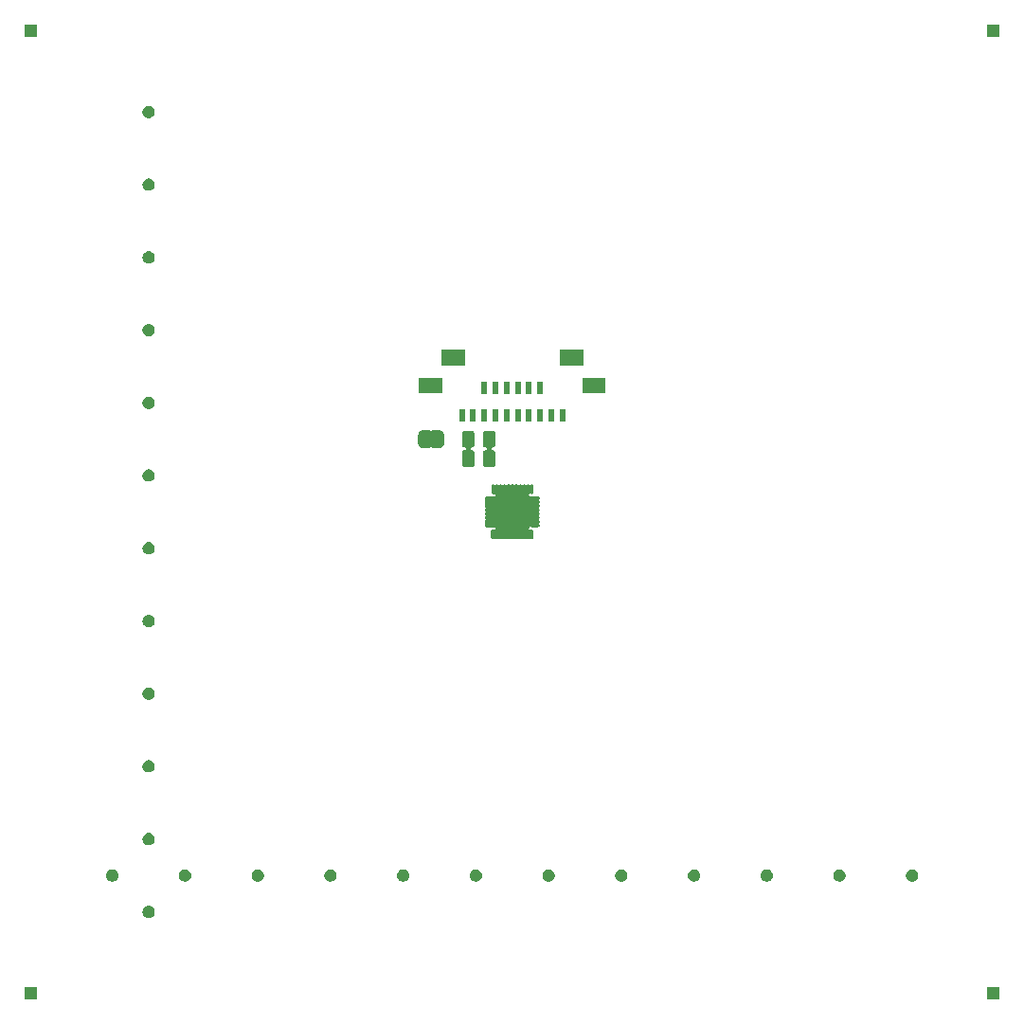
<source format=gbr>
G04 #@! TF.GenerationSoftware,KiCad,Pcbnew,(5.1.6)-1*
G04 #@! TF.CreationDate,2020-12-27T15:17:30+01:00*
G04 #@! TF.ProjectId,XY_TOUCH,58595f54-4f55-4434-982e-6b696361645f,rev?*
G04 #@! TF.SameCoordinates,Original*
G04 #@! TF.FileFunction,Soldermask,Bot*
G04 #@! TF.FilePolarity,Negative*
%FSLAX46Y46*%
G04 Gerber Fmt 4.6, Leading zero omitted, Abs format (unit mm)*
G04 Created by KiCad (PCBNEW (5.1.6)-1) date 2020-12-27 15:17:30*
%MOMM*%
%LPD*%
G01*
G04 APERTURE LIST*
%ADD10C,0.100000*%
G04 APERTURE END LIST*
D10*
G36*
X143551000Y-143551000D02*
G01*
X142449000Y-143551000D01*
X142449000Y-142449000D01*
X143551000Y-142449000D01*
X143551000Y-143551000D01*
G37*
G36*
X57551000Y-143551000D02*
G01*
X56449000Y-143551000D01*
X56449000Y-142449000D01*
X57551000Y-142449000D01*
X57551000Y-143551000D01*
G37*
G36*
X67660721Y-135220174D02*
G01*
X67760995Y-135261709D01*
X67760996Y-135261710D01*
X67851242Y-135322010D01*
X67927990Y-135398758D01*
X67927991Y-135398760D01*
X67988291Y-135489005D01*
X68029826Y-135589279D01*
X68051000Y-135695730D01*
X68051000Y-135804270D01*
X68029826Y-135910721D01*
X67988291Y-136010995D01*
X67988290Y-136010996D01*
X67927990Y-136101242D01*
X67851242Y-136177990D01*
X67805812Y-136208345D01*
X67760995Y-136238291D01*
X67660721Y-136279826D01*
X67554270Y-136301000D01*
X67445730Y-136301000D01*
X67339279Y-136279826D01*
X67239005Y-136238291D01*
X67194188Y-136208345D01*
X67148758Y-136177990D01*
X67072010Y-136101242D01*
X67011710Y-136010996D01*
X67011709Y-136010995D01*
X66970174Y-135910721D01*
X66949000Y-135804270D01*
X66949000Y-135695730D01*
X66970174Y-135589279D01*
X67011709Y-135489005D01*
X67072009Y-135398760D01*
X67072010Y-135398758D01*
X67148758Y-135322010D01*
X67239004Y-135261710D01*
X67239005Y-135261709D01*
X67339279Y-135220174D01*
X67445730Y-135199000D01*
X67554270Y-135199000D01*
X67660721Y-135220174D01*
G37*
G36*
X129410721Y-131970174D02*
G01*
X129510995Y-132011709D01*
X129510996Y-132011710D01*
X129601242Y-132072010D01*
X129677990Y-132148758D01*
X129677991Y-132148760D01*
X129738291Y-132239005D01*
X129779826Y-132339279D01*
X129801000Y-132445730D01*
X129801000Y-132554270D01*
X129779826Y-132660721D01*
X129738291Y-132760995D01*
X129738290Y-132760996D01*
X129677990Y-132851242D01*
X129601242Y-132927990D01*
X129555812Y-132958345D01*
X129510995Y-132988291D01*
X129410721Y-133029826D01*
X129304270Y-133051000D01*
X129195730Y-133051000D01*
X129089279Y-133029826D01*
X128989005Y-132988291D01*
X128944188Y-132958345D01*
X128898758Y-132927990D01*
X128822010Y-132851242D01*
X128761710Y-132760996D01*
X128761709Y-132760995D01*
X128720174Y-132660721D01*
X128699000Y-132554270D01*
X128699000Y-132445730D01*
X128720174Y-132339279D01*
X128761709Y-132239005D01*
X128822009Y-132148760D01*
X128822010Y-132148758D01*
X128898758Y-132072010D01*
X128989004Y-132011710D01*
X128989005Y-132011709D01*
X129089279Y-131970174D01*
X129195730Y-131949000D01*
X129304270Y-131949000D01*
X129410721Y-131970174D01*
G37*
G36*
X135910721Y-131970174D02*
G01*
X136010995Y-132011709D01*
X136010996Y-132011710D01*
X136101242Y-132072010D01*
X136177990Y-132148758D01*
X136177991Y-132148760D01*
X136238291Y-132239005D01*
X136279826Y-132339279D01*
X136301000Y-132445730D01*
X136301000Y-132554270D01*
X136279826Y-132660721D01*
X136238291Y-132760995D01*
X136238290Y-132760996D01*
X136177990Y-132851242D01*
X136101242Y-132927990D01*
X136055812Y-132958345D01*
X136010995Y-132988291D01*
X135910721Y-133029826D01*
X135804270Y-133051000D01*
X135695730Y-133051000D01*
X135589279Y-133029826D01*
X135489005Y-132988291D01*
X135444188Y-132958345D01*
X135398758Y-132927990D01*
X135322010Y-132851242D01*
X135261710Y-132760996D01*
X135261709Y-132760995D01*
X135220174Y-132660721D01*
X135199000Y-132554270D01*
X135199000Y-132445730D01*
X135220174Y-132339279D01*
X135261709Y-132239005D01*
X135322009Y-132148760D01*
X135322010Y-132148758D01*
X135398758Y-132072010D01*
X135489004Y-132011710D01*
X135489005Y-132011709D01*
X135589279Y-131970174D01*
X135695730Y-131949000D01*
X135804270Y-131949000D01*
X135910721Y-131970174D01*
G37*
G36*
X122910721Y-131970174D02*
G01*
X123010995Y-132011709D01*
X123010996Y-132011710D01*
X123101242Y-132072010D01*
X123177990Y-132148758D01*
X123177991Y-132148760D01*
X123238291Y-132239005D01*
X123279826Y-132339279D01*
X123301000Y-132445730D01*
X123301000Y-132554270D01*
X123279826Y-132660721D01*
X123238291Y-132760995D01*
X123238290Y-132760996D01*
X123177990Y-132851242D01*
X123101242Y-132927990D01*
X123055812Y-132958345D01*
X123010995Y-132988291D01*
X122910721Y-133029826D01*
X122804270Y-133051000D01*
X122695730Y-133051000D01*
X122589279Y-133029826D01*
X122489005Y-132988291D01*
X122444188Y-132958345D01*
X122398758Y-132927990D01*
X122322010Y-132851242D01*
X122261710Y-132760996D01*
X122261709Y-132760995D01*
X122220174Y-132660721D01*
X122199000Y-132554270D01*
X122199000Y-132445730D01*
X122220174Y-132339279D01*
X122261709Y-132239005D01*
X122322009Y-132148760D01*
X122322010Y-132148758D01*
X122398758Y-132072010D01*
X122489004Y-132011710D01*
X122489005Y-132011709D01*
X122589279Y-131970174D01*
X122695730Y-131949000D01*
X122804270Y-131949000D01*
X122910721Y-131970174D01*
G37*
G36*
X116410721Y-131970174D02*
G01*
X116510995Y-132011709D01*
X116510996Y-132011710D01*
X116601242Y-132072010D01*
X116677990Y-132148758D01*
X116677991Y-132148760D01*
X116738291Y-132239005D01*
X116779826Y-132339279D01*
X116801000Y-132445730D01*
X116801000Y-132554270D01*
X116779826Y-132660721D01*
X116738291Y-132760995D01*
X116738290Y-132760996D01*
X116677990Y-132851242D01*
X116601242Y-132927990D01*
X116555812Y-132958345D01*
X116510995Y-132988291D01*
X116410721Y-133029826D01*
X116304270Y-133051000D01*
X116195730Y-133051000D01*
X116089279Y-133029826D01*
X115989005Y-132988291D01*
X115944188Y-132958345D01*
X115898758Y-132927990D01*
X115822010Y-132851242D01*
X115761710Y-132760996D01*
X115761709Y-132760995D01*
X115720174Y-132660721D01*
X115699000Y-132554270D01*
X115699000Y-132445730D01*
X115720174Y-132339279D01*
X115761709Y-132239005D01*
X115822009Y-132148760D01*
X115822010Y-132148758D01*
X115898758Y-132072010D01*
X115989004Y-132011710D01*
X115989005Y-132011709D01*
X116089279Y-131970174D01*
X116195730Y-131949000D01*
X116304270Y-131949000D01*
X116410721Y-131970174D01*
G37*
G36*
X109910721Y-131970174D02*
G01*
X110010995Y-132011709D01*
X110010996Y-132011710D01*
X110101242Y-132072010D01*
X110177990Y-132148758D01*
X110177991Y-132148760D01*
X110238291Y-132239005D01*
X110279826Y-132339279D01*
X110301000Y-132445730D01*
X110301000Y-132554270D01*
X110279826Y-132660721D01*
X110238291Y-132760995D01*
X110238290Y-132760996D01*
X110177990Y-132851242D01*
X110101242Y-132927990D01*
X110055812Y-132958345D01*
X110010995Y-132988291D01*
X109910721Y-133029826D01*
X109804270Y-133051000D01*
X109695730Y-133051000D01*
X109589279Y-133029826D01*
X109489005Y-132988291D01*
X109444188Y-132958345D01*
X109398758Y-132927990D01*
X109322010Y-132851242D01*
X109261710Y-132760996D01*
X109261709Y-132760995D01*
X109220174Y-132660721D01*
X109199000Y-132554270D01*
X109199000Y-132445730D01*
X109220174Y-132339279D01*
X109261709Y-132239005D01*
X109322009Y-132148760D01*
X109322010Y-132148758D01*
X109398758Y-132072010D01*
X109489004Y-132011710D01*
X109489005Y-132011709D01*
X109589279Y-131970174D01*
X109695730Y-131949000D01*
X109804270Y-131949000D01*
X109910721Y-131970174D01*
G37*
G36*
X103410721Y-131970174D02*
G01*
X103510995Y-132011709D01*
X103510996Y-132011710D01*
X103601242Y-132072010D01*
X103677990Y-132148758D01*
X103677991Y-132148760D01*
X103738291Y-132239005D01*
X103779826Y-132339279D01*
X103801000Y-132445730D01*
X103801000Y-132554270D01*
X103779826Y-132660721D01*
X103738291Y-132760995D01*
X103738290Y-132760996D01*
X103677990Y-132851242D01*
X103601242Y-132927990D01*
X103555812Y-132958345D01*
X103510995Y-132988291D01*
X103410721Y-133029826D01*
X103304270Y-133051000D01*
X103195730Y-133051000D01*
X103089279Y-133029826D01*
X102989005Y-132988291D01*
X102944188Y-132958345D01*
X102898758Y-132927990D01*
X102822010Y-132851242D01*
X102761710Y-132760996D01*
X102761709Y-132760995D01*
X102720174Y-132660721D01*
X102699000Y-132554270D01*
X102699000Y-132445730D01*
X102720174Y-132339279D01*
X102761709Y-132239005D01*
X102822009Y-132148760D01*
X102822010Y-132148758D01*
X102898758Y-132072010D01*
X102989004Y-132011710D01*
X102989005Y-132011709D01*
X103089279Y-131970174D01*
X103195730Y-131949000D01*
X103304270Y-131949000D01*
X103410721Y-131970174D01*
G37*
G36*
X96910721Y-131970174D02*
G01*
X97010995Y-132011709D01*
X97010996Y-132011710D01*
X97101242Y-132072010D01*
X97177990Y-132148758D01*
X97177991Y-132148760D01*
X97238291Y-132239005D01*
X97279826Y-132339279D01*
X97301000Y-132445730D01*
X97301000Y-132554270D01*
X97279826Y-132660721D01*
X97238291Y-132760995D01*
X97238290Y-132760996D01*
X97177990Y-132851242D01*
X97101242Y-132927990D01*
X97055812Y-132958345D01*
X97010995Y-132988291D01*
X96910721Y-133029826D01*
X96804270Y-133051000D01*
X96695730Y-133051000D01*
X96589279Y-133029826D01*
X96489005Y-132988291D01*
X96444188Y-132958345D01*
X96398758Y-132927990D01*
X96322010Y-132851242D01*
X96261710Y-132760996D01*
X96261709Y-132760995D01*
X96220174Y-132660721D01*
X96199000Y-132554270D01*
X96199000Y-132445730D01*
X96220174Y-132339279D01*
X96261709Y-132239005D01*
X96322009Y-132148760D01*
X96322010Y-132148758D01*
X96398758Y-132072010D01*
X96489004Y-132011710D01*
X96489005Y-132011709D01*
X96589279Y-131970174D01*
X96695730Y-131949000D01*
X96804270Y-131949000D01*
X96910721Y-131970174D01*
G37*
G36*
X90410721Y-131970174D02*
G01*
X90510995Y-132011709D01*
X90510996Y-132011710D01*
X90601242Y-132072010D01*
X90677990Y-132148758D01*
X90677991Y-132148760D01*
X90738291Y-132239005D01*
X90779826Y-132339279D01*
X90801000Y-132445730D01*
X90801000Y-132554270D01*
X90779826Y-132660721D01*
X90738291Y-132760995D01*
X90738290Y-132760996D01*
X90677990Y-132851242D01*
X90601242Y-132927990D01*
X90555812Y-132958345D01*
X90510995Y-132988291D01*
X90410721Y-133029826D01*
X90304270Y-133051000D01*
X90195730Y-133051000D01*
X90089279Y-133029826D01*
X89989005Y-132988291D01*
X89944188Y-132958345D01*
X89898758Y-132927990D01*
X89822010Y-132851242D01*
X89761710Y-132760996D01*
X89761709Y-132760995D01*
X89720174Y-132660721D01*
X89699000Y-132554270D01*
X89699000Y-132445730D01*
X89720174Y-132339279D01*
X89761709Y-132239005D01*
X89822009Y-132148760D01*
X89822010Y-132148758D01*
X89898758Y-132072010D01*
X89989004Y-132011710D01*
X89989005Y-132011709D01*
X90089279Y-131970174D01*
X90195730Y-131949000D01*
X90304270Y-131949000D01*
X90410721Y-131970174D01*
G37*
G36*
X77410721Y-131970174D02*
G01*
X77510995Y-132011709D01*
X77510996Y-132011710D01*
X77601242Y-132072010D01*
X77677990Y-132148758D01*
X77677991Y-132148760D01*
X77738291Y-132239005D01*
X77779826Y-132339279D01*
X77801000Y-132445730D01*
X77801000Y-132554270D01*
X77779826Y-132660721D01*
X77738291Y-132760995D01*
X77738290Y-132760996D01*
X77677990Y-132851242D01*
X77601242Y-132927990D01*
X77555812Y-132958345D01*
X77510995Y-132988291D01*
X77410721Y-133029826D01*
X77304270Y-133051000D01*
X77195730Y-133051000D01*
X77089279Y-133029826D01*
X76989005Y-132988291D01*
X76944188Y-132958345D01*
X76898758Y-132927990D01*
X76822010Y-132851242D01*
X76761710Y-132760996D01*
X76761709Y-132760995D01*
X76720174Y-132660721D01*
X76699000Y-132554270D01*
X76699000Y-132445730D01*
X76720174Y-132339279D01*
X76761709Y-132239005D01*
X76822009Y-132148760D01*
X76822010Y-132148758D01*
X76898758Y-132072010D01*
X76989004Y-132011710D01*
X76989005Y-132011709D01*
X77089279Y-131970174D01*
X77195730Y-131949000D01*
X77304270Y-131949000D01*
X77410721Y-131970174D01*
G37*
G36*
X70910721Y-131970174D02*
G01*
X71010995Y-132011709D01*
X71010996Y-132011710D01*
X71101242Y-132072010D01*
X71177990Y-132148758D01*
X71177991Y-132148760D01*
X71238291Y-132239005D01*
X71279826Y-132339279D01*
X71301000Y-132445730D01*
X71301000Y-132554270D01*
X71279826Y-132660721D01*
X71238291Y-132760995D01*
X71238290Y-132760996D01*
X71177990Y-132851242D01*
X71101242Y-132927990D01*
X71055812Y-132958345D01*
X71010995Y-132988291D01*
X70910721Y-133029826D01*
X70804270Y-133051000D01*
X70695730Y-133051000D01*
X70589279Y-133029826D01*
X70489005Y-132988291D01*
X70444188Y-132958345D01*
X70398758Y-132927990D01*
X70322010Y-132851242D01*
X70261710Y-132760996D01*
X70261709Y-132760995D01*
X70220174Y-132660721D01*
X70199000Y-132554270D01*
X70199000Y-132445730D01*
X70220174Y-132339279D01*
X70261709Y-132239005D01*
X70322009Y-132148760D01*
X70322010Y-132148758D01*
X70398758Y-132072010D01*
X70489004Y-132011710D01*
X70489005Y-132011709D01*
X70589279Y-131970174D01*
X70695730Y-131949000D01*
X70804270Y-131949000D01*
X70910721Y-131970174D01*
G37*
G36*
X64410721Y-131970174D02*
G01*
X64510995Y-132011709D01*
X64510996Y-132011710D01*
X64601242Y-132072010D01*
X64677990Y-132148758D01*
X64677991Y-132148760D01*
X64738291Y-132239005D01*
X64779826Y-132339279D01*
X64801000Y-132445730D01*
X64801000Y-132554270D01*
X64779826Y-132660721D01*
X64738291Y-132760995D01*
X64738290Y-132760996D01*
X64677990Y-132851242D01*
X64601242Y-132927990D01*
X64555812Y-132958345D01*
X64510995Y-132988291D01*
X64410721Y-133029826D01*
X64304270Y-133051000D01*
X64195730Y-133051000D01*
X64089279Y-133029826D01*
X63989005Y-132988291D01*
X63944188Y-132958345D01*
X63898758Y-132927990D01*
X63822010Y-132851242D01*
X63761710Y-132760996D01*
X63761709Y-132760995D01*
X63720174Y-132660721D01*
X63699000Y-132554270D01*
X63699000Y-132445730D01*
X63720174Y-132339279D01*
X63761709Y-132239005D01*
X63822009Y-132148760D01*
X63822010Y-132148758D01*
X63898758Y-132072010D01*
X63989004Y-132011710D01*
X63989005Y-132011709D01*
X64089279Y-131970174D01*
X64195730Y-131949000D01*
X64304270Y-131949000D01*
X64410721Y-131970174D01*
G37*
G36*
X83910721Y-131970174D02*
G01*
X84010995Y-132011709D01*
X84010996Y-132011710D01*
X84101242Y-132072010D01*
X84177990Y-132148758D01*
X84177991Y-132148760D01*
X84238291Y-132239005D01*
X84279826Y-132339279D01*
X84301000Y-132445730D01*
X84301000Y-132554270D01*
X84279826Y-132660721D01*
X84238291Y-132760995D01*
X84238290Y-132760996D01*
X84177990Y-132851242D01*
X84101242Y-132927990D01*
X84055812Y-132958345D01*
X84010995Y-132988291D01*
X83910721Y-133029826D01*
X83804270Y-133051000D01*
X83695730Y-133051000D01*
X83589279Y-133029826D01*
X83489005Y-132988291D01*
X83444188Y-132958345D01*
X83398758Y-132927990D01*
X83322010Y-132851242D01*
X83261710Y-132760996D01*
X83261709Y-132760995D01*
X83220174Y-132660721D01*
X83199000Y-132554270D01*
X83199000Y-132445730D01*
X83220174Y-132339279D01*
X83261709Y-132239005D01*
X83322009Y-132148760D01*
X83322010Y-132148758D01*
X83398758Y-132072010D01*
X83489004Y-132011710D01*
X83489005Y-132011709D01*
X83589279Y-131970174D01*
X83695730Y-131949000D01*
X83804270Y-131949000D01*
X83910721Y-131970174D01*
G37*
G36*
X67660721Y-128720174D02*
G01*
X67760995Y-128761709D01*
X67760996Y-128761710D01*
X67851242Y-128822010D01*
X67927990Y-128898758D01*
X67927991Y-128898760D01*
X67988291Y-128989005D01*
X68029826Y-129089279D01*
X68051000Y-129195730D01*
X68051000Y-129304270D01*
X68029826Y-129410721D01*
X67988291Y-129510995D01*
X67988290Y-129510996D01*
X67927990Y-129601242D01*
X67851242Y-129677990D01*
X67805812Y-129708345D01*
X67760995Y-129738291D01*
X67660721Y-129779826D01*
X67554270Y-129801000D01*
X67445730Y-129801000D01*
X67339279Y-129779826D01*
X67239005Y-129738291D01*
X67194188Y-129708345D01*
X67148758Y-129677990D01*
X67072010Y-129601242D01*
X67011710Y-129510996D01*
X67011709Y-129510995D01*
X66970174Y-129410721D01*
X66949000Y-129304270D01*
X66949000Y-129195730D01*
X66970174Y-129089279D01*
X67011709Y-128989005D01*
X67072009Y-128898760D01*
X67072010Y-128898758D01*
X67148758Y-128822010D01*
X67239004Y-128761710D01*
X67239005Y-128761709D01*
X67339279Y-128720174D01*
X67445730Y-128699000D01*
X67554270Y-128699000D01*
X67660721Y-128720174D01*
G37*
G36*
X67660721Y-122220174D02*
G01*
X67760995Y-122261709D01*
X67760996Y-122261710D01*
X67851242Y-122322010D01*
X67927990Y-122398758D01*
X67927991Y-122398760D01*
X67988291Y-122489005D01*
X68029826Y-122589279D01*
X68051000Y-122695730D01*
X68051000Y-122804270D01*
X68029826Y-122910721D01*
X67988291Y-123010995D01*
X67988290Y-123010996D01*
X67927990Y-123101242D01*
X67851242Y-123177990D01*
X67805812Y-123208345D01*
X67760995Y-123238291D01*
X67660721Y-123279826D01*
X67554270Y-123301000D01*
X67445730Y-123301000D01*
X67339279Y-123279826D01*
X67239005Y-123238291D01*
X67194188Y-123208345D01*
X67148758Y-123177990D01*
X67072010Y-123101242D01*
X67011710Y-123010996D01*
X67011709Y-123010995D01*
X66970174Y-122910721D01*
X66949000Y-122804270D01*
X66949000Y-122695730D01*
X66970174Y-122589279D01*
X67011709Y-122489005D01*
X67072009Y-122398760D01*
X67072010Y-122398758D01*
X67148758Y-122322010D01*
X67239004Y-122261710D01*
X67239005Y-122261709D01*
X67339279Y-122220174D01*
X67445730Y-122199000D01*
X67554270Y-122199000D01*
X67660721Y-122220174D01*
G37*
G36*
X67660721Y-115720174D02*
G01*
X67760995Y-115761709D01*
X67760996Y-115761710D01*
X67851242Y-115822010D01*
X67927990Y-115898758D01*
X67927991Y-115898760D01*
X67988291Y-115989005D01*
X68029826Y-116089279D01*
X68051000Y-116195730D01*
X68051000Y-116304270D01*
X68029826Y-116410721D01*
X67988291Y-116510995D01*
X67988290Y-116510996D01*
X67927990Y-116601242D01*
X67851242Y-116677990D01*
X67805812Y-116708345D01*
X67760995Y-116738291D01*
X67660721Y-116779826D01*
X67554270Y-116801000D01*
X67445730Y-116801000D01*
X67339279Y-116779826D01*
X67239005Y-116738291D01*
X67194188Y-116708345D01*
X67148758Y-116677990D01*
X67072010Y-116601242D01*
X67011710Y-116510996D01*
X67011709Y-116510995D01*
X66970174Y-116410721D01*
X66949000Y-116304270D01*
X66949000Y-116195730D01*
X66970174Y-116089279D01*
X67011709Y-115989005D01*
X67072009Y-115898760D01*
X67072010Y-115898758D01*
X67148758Y-115822010D01*
X67239004Y-115761710D01*
X67239005Y-115761709D01*
X67339279Y-115720174D01*
X67445730Y-115699000D01*
X67554270Y-115699000D01*
X67660721Y-115720174D01*
G37*
G36*
X67660721Y-109220174D02*
G01*
X67760995Y-109261709D01*
X67760996Y-109261710D01*
X67851242Y-109322010D01*
X67927990Y-109398758D01*
X67927991Y-109398760D01*
X67988291Y-109489005D01*
X68029826Y-109589279D01*
X68051000Y-109695730D01*
X68051000Y-109804270D01*
X68029826Y-109910721D01*
X67988291Y-110010995D01*
X67988290Y-110010996D01*
X67927990Y-110101242D01*
X67851242Y-110177990D01*
X67805812Y-110208345D01*
X67760995Y-110238291D01*
X67660721Y-110279826D01*
X67554270Y-110301000D01*
X67445730Y-110301000D01*
X67339279Y-110279826D01*
X67239005Y-110238291D01*
X67194188Y-110208345D01*
X67148758Y-110177990D01*
X67072010Y-110101242D01*
X67011710Y-110010996D01*
X67011709Y-110010995D01*
X66970174Y-109910721D01*
X66949000Y-109804270D01*
X66949000Y-109695730D01*
X66970174Y-109589279D01*
X67011709Y-109489005D01*
X67072009Y-109398760D01*
X67072010Y-109398758D01*
X67148758Y-109322010D01*
X67239004Y-109261710D01*
X67239005Y-109261709D01*
X67339279Y-109220174D01*
X67445730Y-109199000D01*
X67554270Y-109199000D01*
X67660721Y-109220174D01*
G37*
G36*
X67660721Y-102720174D02*
G01*
X67760995Y-102761709D01*
X67760996Y-102761710D01*
X67851242Y-102822010D01*
X67927990Y-102898758D01*
X67927991Y-102898760D01*
X67988291Y-102989005D01*
X68029826Y-103089279D01*
X68051000Y-103195730D01*
X68051000Y-103304270D01*
X68029826Y-103410721D01*
X67988291Y-103510995D01*
X67988290Y-103510996D01*
X67927990Y-103601242D01*
X67851242Y-103677990D01*
X67805812Y-103708345D01*
X67760995Y-103738291D01*
X67660721Y-103779826D01*
X67554270Y-103801000D01*
X67445730Y-103801000D01*
X67339279Y-103779826D01*
X67239005Y-103738291D01*
X67194188Y-103708345D01*
X67148758Y-103677990D01*
X67072010Y-103601242D01*
X67011710Y-103510996D01*
X67011709Y-103510995D01*
X66970174Y-103410721D01*
X66949000Y-103304270D01*
X66949000Y-103195730D01*
X66970174Y-103089279D01*
X67011709Y-102989005D01*
X67072009Y-102898760D01*
X67072010Y-102898758D01*
X67148758Y-102822010D01*
X67239004Y-102761710D01*
X67239005Y-102761709D01*
X67339279Y-102720174D01*
X67445730Y-102699000D01*
X67554270Y-102699000D01*
X67660721Y-102720174D01*
G37*
G36*
X98304600Y-97551185D02*
G01*
X98325658Y-97557573D01*
X98333068Y-97559821D01*
X98359300Y-97573842D01*
X98370703Y-97583200D01*
X98391077Y-97596814D01*
X98413716Y-97606191D01*
X98437749Y-97610971D01*
X98462254Y-97610971D01*
X98486287Y-97606190D01*
X98508925Y-97596813D01*
X98529297Y-97583200D01*
X98540698Y-97573843D01*
X98556202Y-97565557D01*
X98566935Y-97559820D01*
X98595399Y-97551185D01*
X98615133Y-97549242D01*
X98624999Y-97548270D01*
X98625000Y-97548270D01*
X98654600Y-97551185D01*
X98675658Y-97557573D01*
X98683068Y-97559821D01*
X98709300Y-97573842D01*
X98720703Y-97583200D01*
X98741077Y-97596814D01*
X98763716Y-97606191D01*
X98787749Y-97610971D01*
X98812254Y-97610971D01*
X98836287Y-97606190D01*
X98858925Y-97596813D01*
X98879297Y-97583200D01*
X98890698Y-97573843D01*
X98906202Y-97565557D01*
X98916935Y-97559820D01*
X98945399Y-97551185D01*
X98965133Y-97549242D01*
X98974999Y-97548270D01*
X98975000Y-97548270D01*
X99004600Y-97551185D01*
X99025658Y-97557573D01*
X99033068Y-97559821D01*
X99059300Y-97573842D01*
X99070703Y-97583200D01*
X99091077Y-97596814D01*
X99113716Y-97606191D01*
X99137749Y-97610971D01*
X99162254Y-97610971D01*
X99186287Y-97606190D01*
X99208925Y-97596813D01*
X99229297Y-97583200D01*
X99240698Y-97573843D01*
X99256202Y-97565557D01*
X99266935Y-97559820D01*
X99295399Y-97551185D01*
X99315133Y-97549242D01*
X99324999Y-97548270D01*
X99325000Y-97548270D01*
X99354600Y-97551185D01*
X99375658Y-97557573D01*
X99383068Y-97559821D01*
X99409300Y-97573842D01*
X99420703Y-97583200D01*
X99441077Y-97596814D01*
X99463716Y-97606191D01*
X99487749Y-97610971D01*
X99512254Y-97610971D01*
X99536287Y-97606190D01*
X99558925Y-97596813D01*
X99579297Y-97583200D01*
X99590698Y-97573843D01*
X99606202Y-97565557D01*
X99616935Y-97559820D01*
X99645399Y-97551185D01*
X99665133Y-97549242D01*
X99674999Y-97548270D01*
X99675000Y-97548270D01*
X99704600Y-97551185D01*
X99725658Y-97557573D01*
X99733068Y-97559821D01*
X99759300Y-97573842D01*
X99770703Y-97583200D01*
X99791077Y-97596814D01*
X99813716Y-97606191D01*
X99837749Y-97610971D01*
X99862254Y-97610971D01*
X99886287Y-97606190D01*
X99908925Y-97596813D01*
X99929297Y-97583200D01*
X99940698Y-97573843D01*
X99956202Y-97565557D01*
X99966935Y-97559820D01*
X99995399Y-97551185D01*
X100015133Y-97549242D01*
X100024999Y-97548270D01*
X100025000Y-97548270D01*
X100054600Y-97551185D01*
X100075658Y-97557573D01*
X100083068Y-97559821D01*
X100109300Y-97573842D01*
X100120703Y-97583200D01*
X100141077Y-97596814D01*
X100163716Y-97606191D01*
X100187749Y-97610971D01*
X100212254Y-97610971D01*
X100236287Y-97606190D01*
X100258925Y-97596813D01*
X100279297Y-97583200D01*
X100290698Y-97573843D01*
X100306202Y-97565557D01*
X100316935Y-97559820D01*
X100345399Y-97551185D01*
X100365133Y-97549242D01*
X100374999Y-97548270D01*
X100375000Y-97548270D01*
X100404600Y-97551185D01*
X100425658Y-97557573D01*
X100433068Y-97559821D01*
X100459300Y-97573842D01*
X100470703Y-97583200D01*
X100491077Y-97596814D01*
X100513716Y-97606191D01*
X100537749Y-97610971D01*
X100562254Y-97610971D01*
X100586287Y-97606190D01*
X100608925Y-97596813D01*
X100629297Y-97583200D01*
X100640698Y-97573843D01*
X100656202Y-97565557D01*
X100666935Y-97559820D01*
X100695399Y-97551185D01*
X100715133Y-97549242D01*
X100724999Y-97548270D01*
X100725000Y-97548270D01*
X100754600Y-97551185D01*
X100775658Y-97557573D01*
X100783068Y-97559821D01*
X100809300Y-97573842D01*
X100820703Y-97583200D01*
X100841077Y-97596814D01*
X100863716Y-97606191D01*
X100887749Y-97610971D01*
X100912254Y-97610971D01*
X100936287Y-97606190D01*
X100958925Y-97596813D01*
X100979297Y-97583200D01*
X100990698Y-97573843D01*
X101006202Y-97565557D01*
X101016935Y-97559820D01*
X101045399Y-97551185D01*
X101065133Y-97549242D01*
X101074999Y-97548270D01*
X101075000Y-97548270D01*
X101104600Y-97551185D01*
X101125658Y-97557573D01*
X101133068Y-97559821D01*
X101159300Y-97573842D01*
X101170703Y-97583200D01*
X101191077Y-97596814D01*
X101213716Y-97606191D01*
X101237749Y-97610971D01*
X101262254Y-97610971D01*
X101286287Y-97606190D01*
X101308925Y-97596813D01*
X101329297Y-97583200D01*
X101340698Y-97573843D01*
X101356202Y-97565557D01*
X101366935Y-97559820D01*
X101395399Y-97551185D01*
X101415133Y-97549242D01*
X101424999Y-97548270D01*
X101425000Y-97548270D01*
X101454600Y-97551185D01*
X101475658Y-97557573D01*
X101483068Y-97559821D01*
X101509300Y-97573842D01*
X101520703Y-97583200D01*
X101541077Y-97596814D01*
X101563716Y-97606191D01*
X101587749Y-97610971D01*
X101612254Y-97610971D01*
X101636287Y-97606190D01*
X101658925Y-97596813D01*
X101679297Y-97583200D01*
X101690698Y-97573843D01*
X101706202Y-97565557D01*
X101716935Y-97559820D01*
X101745399Y-97551185D01*
X101765133Y-97549242D01*
X101774999Y-97548270D01*
X101775000Y-97548270D01*
X101804600Y-97551185D01*
X101825658Y-97557573D01*
X101833068Y-97559821D01*
X101859297Y-97573841D01*
X101882290Y-97592710D01*
X101901158Y-97615701D01*
X101901159Y-97615703D01*
X101915180Y-97641935D01*
X101923815Y-97670399D01*
X101926000Y-97692587D01*
X101926000Y-98257413D01*
X101923815Y-98279601D01*
X101915180Y-98308065D01*
X101915179Y-98308066D01*
X101901158Y-98334299D01*
X101882290Y-98357290D01*
X101859299Y-98376158D01*
X101835720Y-98388761D01*
X101815345Y-98402375D01*
X101798018Y-98419702D01*
X101784404Y-98440076D01*
X101783030Y-98443392D01*
X101773688Y-98429409D01*
X101756360Y-98412082D01*
X101735986Y-98398469D01*
X101720238Y-98391946D01*
X101684921Y-98373069D01*
X101662282Y-98363692D01*
X101638249Y-98358912D01*
X101613745Y-98358912D01*
X101589711Y-98363693D01*
X101567073Y-98373071D01*
X101546699Y-98386685D01*
X101529372Y-98404012D01*
X101515759Y-98424387D01*
X101506382Y-98447026D01*
X101501000Y-98483309D01*
X101501000Y-98528328D01*
X101503402Y-98552714D01*
X101510515Y-98576163D01*
X101522066Y-98597774D01*
X101537611Y-98616716D01*
X101556553Y-98632261D01*
X101578164Y-98643812D01*
X101601613Y-98650925D01*
X101625999Y-98653327D01*
X101650385Y-98650925D01*
X101684920Y-98638569D01*
X101691932Y-98634821D01*
X101691935Y-98634820D01*
X101713353Y-98628323D01*
X101735986Y-98618947D01*
X101756361Y-98605334D01*
X101773688Y-98588006D01*
X101787301Y-98567632D01*
X101788674Y-98564317D01*
X101798017Y-98578299D01*
X101815344Y-98595626D01*
X101835718Y-98609240D01*
X101858357Y-98618617D01*
X101882390Y-98623398D01*
X101894643Y-98624000D01*
X102307414Y-98624000D01*
X102314809Y-98624728D01*
X102329601Y-98626185D01*
X102358065Y-98634820D01*
X102374888Y-98643812D01*
X102384299Y-98648842D01*
X102407290Y-98667710D01*
X102426158Y-98690701D01*
X102426159Y-98690703D01*
X102440180Y-98716935D01*
X102448815Y-98745399D01*
X102451730Y-98775000D01*
X102448815Y-98804601D01*
X102440180Y-98833065D01*
X102440179Y-98833066D01*
X102426157Y-98859302D01*
X102416800Y-98870703D01*
X102403186Y-98891077D01*
X102393809Y-98913716D01*
X102389029Y-98937749D01*
X102389029Y-98962254D01*
X102393810Y-98986287D01*
X102403187Y-99008925D01*
X102416800Y-99029297D01*
X102426157Y-99040698D01*
X102434443Y-99056202D01*
X102440180Y-99066935D01*
X102448815Y-99095399D01*
X102451730Y-99125000D01*
X102448815Y-99154601D01*
X102440180Y-99183065D01*
X102440179Y-99183066D01*
X102426157Y-99209302D01*
X102416800Y-99220703D01*
X102403186Y-99241077D01*
X102393809Y-99263716D01*
X102389029Y-99287749D01*
X102389029Y-99312254D01*
X102393810Y-99336287D01*
X102403187Y-99358925D01*
X102416800Y-99379297D01*
X102426157Y-99390698D01*
X102434443Y-99406202D01*
X102440180Y-99416935D01*
X102448815Y-99445399D01*
X102451730Y-99475000D01*
X102448815Y-99504601D01*
X102440180Y-99533065D01*
X102440179Y-99533066D01*
X102426157Y-99559302D01*
X102416800Y-99570703D01*
X102403186Y-99591077D01*
X102393809Y-99613716D01*
X102389029Y-99637749D01*
X102389029Y-99662254D01*
X102393810Y-99686287D01*
X102403187Y-99708925D01*
X102416800Y-99729297D01*
X102426157Y-99740698D01*
X102434443Y-99756202D01*
X102440180Y-99766935D01*
X102448815Y-99795399D01*
X102451730Y-99825000D01*
X102448815Y-99854601D01*
X102440180Y-99883065D01*
X102440179Y-99883066D01*
X102426157Y-99909302D01*
X102416800Y-99920703D01*
X102403186Y-99941077D01*
X102393809Y-99963716D01*
X102389029Y-99987749D01*
X102389029Y-100012254D01*
X102393810Y-100036287D01*
X102403187Y-100058925D01*
X102416800Y-100079297D01*
X102426157Y-100090698D01*
X102434443Y-100106202D01*
X102440180Y-100116935D01*
X102448815Y-100145399D01*
X102451730Y-100175000D01*
X102448815Y-100204601D01*
X102440180Y-100233065D01*
X102440179Y-100233066D01*
X102426157Y-100259302D01*
X102416800Y-100270703D01*
X102403186Y-100291077D01*
X102393809Y-100313716D01*
X102389029Y-100337749D01*
X102389029Y-100362254D01*
X102393810Y-100386287D01*
X102403187Y-100408925D01*
X102416800Y-100429297D01*
X102426157Y-100440698D01*
X102434443Y-100456202D01*
X102440180Y-100466935D01*
X102448815Y-100495399D01*
X102451730Y-100525000D01*
X102448815Y-100554601D01*
X102440180Y-100583065D01*
X102440179Y-100583066D01*
X102426157Y-100609302D01*
X102416800Y-100620703D01*
X102403186Y-100641077D01*
X102393809Y-100663716D01*
X102389029Y-100687749D01*
X102389029Y-100712254D01*
X102393810Y-100736287D01*
X102403187Y-100758925D01*
X102416800Y-100779297D01*
X102426157Y-100790698D01*
X102434443Y-100806202D01*
X102440180Y-100816935D01*
X102448815Y-100845399D01*
X102451730Y-100875000D01*
X102448815Y-100904601D01*
X102440180Y-100933065D01*
X102440179Y-100933066D01*
X102426157Y-100959302D01*
X102416800Y-100970703D01*
X102403186Y-100991077D01*
X102393809Y-101013716D01*
X102389029Y-101037749D01*
X102389029Y-101062254D01*
X102393810Y-101086287D01*
X102403187Y-101108925D01*
X102416800Y-101129297D01*
X102426157Y-101140698D01*
X102434443Y-101156202D01*
X102440180Y-101166935D01*
X102448815Y-101195399D01*
X102451730Y-101225000D01*
X102448815Y-101254601D01*
X102440180Y-101283065D01*
X102440179Y-101283066D01*
X102426158Y-101309299D01*
X102407290Y-101332290D01*
X102384299Y-101351158D01*
X102384297Y-101351159D01*
X102358065Y-101365180D01*
X102329601Y-101373815D01*
X102317070Y-101375049D01*
X102307414Y-101376000D01*
X101869642Y-101376000D01*
X101845256Y-101378402D01*
X101821807Y-101385515D01*
X101800196Y-101397066D01*
X101781254Y-101412611D01*
X101771817Y-101424110D01*
X101761186Y-101408201D01*
X101743859Y-101390874D01*
X101723484Y-101377260D01*
X101700847Y-101367884D01*
X101691936Y-101365181D01*
X101684920Y-101361431D01*
X101662281Y-101352054D01*
X101638247Y-101347275D01*
X101613743Y-101347275D01*
X101589710Y-101352057D01*
X101567071Y-101361435D01*
X101546697Y-101375049D01*
X101529371Y-101392376D01*
X101515758Y-101412751D01*
X101506381Y-101435390D01*
X101501000Y-101471672D01*
X101501000Y-101503328D01*
X101503402Y-101527714D01*
X101510515Y-101551163D01*
X101522066Y-101572774D01*
X101537611Y-101591716D01*
X101556553Y-101607261D01*
X101578164Y-101618812D01*
X101601613Y-101625925D01*
X101625999Y-101628327D01*
X101650385Y-101625925D01*
X101684920Y-101613569D01*
X101691936Y-101609819D01*
X101700847Y-101607116D01*
X101723486Y-101597739D01*
X101743860Y-101584125D01*
X101761187Y-101566798D01*
X101762616Y-101564659D01*
X101765709Y-101570445D01*
X101781254Y-101589387D01*
X101800196Y-101604932D01*
X101810714Y-101611237D01*
X101834296Y-101623841D01*
X101834297Y-101623842D01*
X101834301Y-101623844D01*
X101857290Y-101642710D01*
X101876158Y-101665701D01*
X101876159Y-101665703D01*
X101890180Y-101691935D01*
X101898815Y-101720399D01*
X101901000Y-101742587D01*
X101901000Y-102307413D01*
X101898815Y-102329601D01*
X101890180Y-102358065D01*
X101890179Y-102358066D01*
X101876158Y-102384299D01*
X101857290Y-102407290D01*
X101834299Y-102426158D01*
X101834297Y-102426159D01*
X101808065Y-102440180D01*
X101779601Y-102448815D01*
X101759867Y-102450758D01*
X101750001Y-102451730D01*
X101750000Y-102451730D01*
X101720400Y-102448815D01*
X101691936Y-102440180D01*
X101665704Y-102426159D01*
X101663305Y-102424190D01*
X101654301Y-102416801D01*
X101633927Y-102403187D01*
X101611288Y-102393809D01*
X101587255Y-102389028D01*
X101562751Y-102389028D01*
X101538718Y-102393808D01*
X101516079Y-102403185D01*
X101495703Y-102416799D01*
X101484299Y-102426158D01*
X101484297Y-102426159D01*
X101458065Y-102440180D01*
X101429601Y-102448815D01*
X101409867Y-102450758D01*
X101400001Y-102451730D01*
X101400000Y-102451730D01*
X101370400Y-102448815D01*
X101341936Y-102440180D01*
X101315704Y-102426159D01*
X101313305Y-102424190D01*
X101304301Y-102416801D01*
X101283927Y-102403187D01*
X101261288Y-102393809D01*
X101237255Y-102389028D01*
X101212751Y-102389028D01*
X101188718Y-102393808D01*
X101166079Y-102403185D01*
X101145703Y-102416799D01*
X101134299Y-102426158D01*
X101134297Y-102426159D01*
X101108065Y-102440180D01*
X101079601Y-102448815D01*
X101059867Y-102450758D01*
X101050001Y-102451730D01*
X101050000Y-102451730D01*
X101020400Y-102448815D01*
X100991936Y-102440180D01*
X100965704Y-102426159D01*
X100963305Y-102424190D01*
X100954301Y-102416801D01*
X100933927Y-102403187D01*
X100911288Y-102393809D01*
X100887255Y-102389028D01*
X100862751Y-102389028D01*
X100838718Y-102393808D01*
X100816079Y-102403185D01*
X100795703Y-102416799D01*
X100784299Y-102426158D01*
X100784297Y-102426159D01*
X100758065Y-102440180D01*
X100729601Y-102448815D01*
X100709867Y-102450758D01*
X100700001Y-102451730D01*
X100700000Y-102451730D01*
X100670400Y-102448815D01*
X100641936Y-102440180D01*
X100615704Y-102426159D01*
X100613305Y-102424190D01*
X100604301Y-102416801D01*
X100583927Y-102403187D01*
X100561288Y-102393809D01*
X100537255Y-102389028D01*
X100512751Y-102389028D01*
X100488718Y-102393808D01*
X100466079Y-102403185D01*
X100445703Y-102416799D01*
X100434299Y-102426158D01*
X100434297Y-102426159D01*
X100408065Y-102440180D01*
X100379601Y-102448815D01*
X100359867Y-102450758D01*
X100350001Y-102451730D01*
X100350000Y-102451730D01*
X100320400Y-102448815D01*
X100291936Y-102440180D01*
X100265704Y-102426159D01*
X100263305Y-102424190D01*
X100254301Y-102416801D01*
X100233927Y-102403187D01*
X100211288Y-102393809D01*
X100187255Y-102389028D01*
X100162751Y-102389028D01*
X100138718Y-102393808D01*
X100116079Y-102403185D01*
X100095703Y-102416799D01*
X100084299Y-102426158D01*
X100084297Y-102426159D01*
X100058065Y-102440180D01*
X100029601Y-102448815D01*
X100009867Y-102450758D01*
X100000001Y-102451730D01*
X100000000Y-102451730D01*
X99970400Y-102448815D01*
X99941936Y-102440180D01*
X99915704Y-102426159D01*
X99913305Y-102424190D01*
X99904301Y-102416801D01*
X99883927Y-102403187D01*
X99861288Y-102393809D01*
X99837255Y-102389028D01*
X99812751Y-102389028D01*
X99788718Y-102393808D01*
X99766079Y-102403185D01*
X99745703Y-102416799D01*
X99734299Y-102426158D01*
X99734297Y-102426159D01*
X99708065Y-102440180D01*
X99679601Y-102448815D01*
X99659867Y-102450758D01*
X99650001Y-102451730D01*
X99650000Y-102451730D01*
X99620400Y-102448815D01*
X99591936Y-102440180D01*
X99565704Y-102426159D01*
X99563305Y-102424190D01*
X99554301Y-102416801D01*
X99533927Y-102403187D01*
X99511288Y-102393809D01*
X99487255Y-102389028D01*
X99462751Y-102389028D01*
X99438718Y-102393808D01*
X99416079Y-102403185D01*
X99395703Y-102416799D01*
X99384299Y-102426158D01*
X99384297Y-102426159D01*
X99358065Y-102440180D01*
X99329601Y-102448815D01*
X99309867Y-102450758D01*
X99300001Y-102451730D01*
X99300000Y-102451730D01*
X99270400Y-102448815D01*
X99241936Y-102440180D01*
X99215704Y-102426159D01*
X99213305Y-102424190D01*
X99204301Y-102416801D01*
X99183927Y-102403187D01*
X99161288Y-102393809D01*
X99137255Y-102389028D01*
X99112751Y-102389028D01*
X99088718Y-102393808D01*
X99066079Y-102403185D01*
X99045703Y-102416799D01*
X99034299Y-102426158D01*
X99034297Y-102426159D01*
X99008065Y-102440180D01*
X98979601Y-102448815D01*
X98959867Y-102450758D01*
X98950001Y-102451730D01*
X98950000Y-102451730D01*
X98920400Y-102448815D01*
X98891936Y-102440180D01*
X98865704Y-102426159D01*
X98863305Y-102424190D01*
X98854301Y-102416801D01*
X98833927Y-102403187D01*
X98811288Y-102393809D01*
X98787255Y-102389028D01*
X98762751Y-102389028D01*
X98738718Y-102393808D01*
X98716079Y-102403185D01*
X98695703Y-102416799D01*
X98684299Y-102426158D01*
X98684297Y-102426159D01*
X98658065Y-102440180D01*
X98629601Y-102448815D01*
X98609867Y-102450758D01*
X98600001Y-102451730D01*
X98600000Y-102451730D01*
X98570400Y-102448815D01*
X98541936Y-102440180D01*
X98515704Y-102426159D01*
X98513305Y-102424190D01*
X98504301Y-102416801D01*
X98483927Y-102403187D01*
X98461288Y-102393809D01*
X98437255Y-102389028D01*
X98412751Y-102389028D01*
X98388718Y-102393808D01*
X98366079Y-102403185D01*
X98345703Y-102416799D01*
X98334299Y-102426158D01*
X98334297Y-102426159D01*
X98308065Y-102440180D01*
X98279601Y-102448815D01*
X98259867Y-102450758D01*
X98250001Y-102451730D01*
X98250000Y-102451730D01*
X98220400Y-102448815D01*
X98191936Y-102440180D01*
X98165704Y-102426159D01*
X98165702Y-102426158D01*
X98142711Y-102407290D01*
X98123843Y-102384299D01*
X98109822Y-102358066D01*
X98109821Y-102358065D01*
X98101186Y-102329601D01*
X98099001Y-102307413D01*
X98099000Y-101742588D01*
X98101185Y-101720400D01*
X98109820Y-101691936D01*
X98109821Y-101691932D01*
X98123841Y-101665703D01*
X98142710Y-101642710D01*
X98165701Y-101623842D01*
X98189280Y-101611239D01*
X98209655Y-101597625D01*
X98226982Y-101580298D01*
X98237407Y-101564696D01*
X98238812Y-101566798D01*
X98256139Y-101584125D01*
X98276513Y-101597739D01*
X98299152Y-101607116D01*
X98308062Y-101609819D01*
X98315078Y-101613569D01*
X98337717Y-101622946D01*
X98361750Y-101627726D01*
X98386254Y-101627726D01*
X98410288Y-101622945D01*
X98432926Y-101613568D01*
X98453301Y-101599954D01*
X98470627Y-101582626D01*
X98484241Y-101562252D01*
X98493618Y-101539613D01*
X98499000Y-101503329D01*
X98499000Y-101471672D01*
X98496598Y-101447286D01*
X98489485Y-101423837D01*
X98477934Y-101402226D01*
X98462389Y-101383284D01*
X98443447Y-101367739D01*
X98421836Y-101356188D01*
X98398387Y-101349075D01*
X98374001Y-101346673D01*
X98349615Y-101349075D01*
X98315080Y-101361431D01*
X98308067Y-101365179D01*
X98308065Y-101365180D01*
X98299151Y-101367884D01*
X98276515Y-101377260D01*
X98256140Y-101390874D01*
X98238813Y-101408201D01*
X98228388Y-101423803D01*
X98226983Y-101421701D01*
X98209656Y-101404374D01*
X98189282Y-101390760D01*
X98166643Y-101381383D01*
X98142610Y-101376602D01*
X98130357Y-101376000D01*
X97692586Y-101376000D01*
X97682930Y-101375049D01*
X97670399Y-101373815D01*
X97641935Y-101365180D01*
X97615703Y-101351159D01*
X97615701Y-101351158D01*
X97592710Y-101332290D01*
X97573842Y-101309299D01*
X97559821Y-101283066D01*
X97559820Y-101283065D01*
X97551185Y-101254601D01*
X97548270Y-101225000D01*
X97551185Y-101195399D01*
X97559820Y-101166935D01*
X97565557Y-101156202D01*
X97573843Y-101140698D01*
X97583200Y-101129297D01*
X97596814Y-101108923D01*
X97606191Y-101086284D01*
X97610971Y-101062251D01*
X97610971Y-101037746D01*
X97606190Y-101013713D01*
X97596813Y-100991075D01*
X97583200Y-100970703D01*
X97573843Y-100959302D01*
X97559821Y-100933066D01*
X97559820Y-100933065D01*
X97551185Y-100904601D01*
X97548270Y-100875000D01*
X97551185Y-100845399D01*
X97559820Y-100816935D01*
X97565557Y-100806202D01*
X97573843Y-100790698D01*
X97583200Y-100779297D01*
X97596814Y-100758923D01*
X97606191Y-100736284D01*
X97610971Y-100712251D01*
X97610971Y-100687746D01*
X97606190Y-100663713D01*
X97596813Y-100641075D01*
X97583200Y-100620703D01*
X97573843Y-100609302D01*
X97559821Y-100583066D01*
X97559820Y-100583065D01*
X97551185Y-100554601D01*
X97548270Y-100525000D01*
X97551185Y-100495399D01*
X97559820Y-100466935D01*
X97565557Y-100456202D01*
X97573843Y-100440698D01*
X97583200Y-100429297D01*
X97596814Y-100408923D01*
X97606191Y-100386284D01*
X97610971Y-100362251D01*
X97610971Y-100337746D01*
X97606190Y-100313713D01*
X97596813Y-100291075D01*
X97583200Y-100270703D01*
X97573843Y-100259302D01*
X97559821Y-100233066D01*
X97559820Y-100233065D01*
X97551185Y-100204601D01*
X97548270Y-100175000D01*
X97551185Y-100145399D01*
X97559820Y-100116935D01*
X97565557Y-100106202D01*
X97573843Y-100090698D01*
X97583200Y-100079297D01*
X97596814Y-100058923D01*
X97606191Y-100036284D01*
X97610971Y-100012251D01*
X97610971Y-99987746D01*
X97606190Y-99963713D01*
X97596813Y-99941075D01*
X97583200Y-99920703D01*
X97573843Y-99909302D01*
X97559821Y-99883066D01*
X97559820Y-99883065D01*
X97551185Y-99854601D01*
X97548270Y-99825000D01*
X97551185Y-99795399D01*
X97559820Y-99766935D01*
X97565557Y-99756202D01*
X97573843Y-99740698D01*
X97583200Y-99729297D01*
X97596814Y-99708923D01*
X97606191Y-99686284D01*
X97610971Y-99662251D01*
X97610971Y-99637746D01*
X97606190Y-99613713D01*
X97596813Y-99591075D01*
X97583200Y-99570703D01*
X97573843Y-99559302D01*
X97559821Y-99533066D01*
X97559820Y-99533065D01*
X97551185Y-99504601D01*
X97548270Y-99475000D01*
X97551185Y-99445399D01*
X97559820Y-99416935D01*
X97565557Y-99406202D01*
X97573843Y-99390698D01*
X97583200Y-99379297D01*
X97596814Y-99358923D01*
X97606191Y-99336284D01*
X97610971Y-99312251D01*
X97610971Y-99287746D01*
X97606190Y-99263713D01*
X97596813Y-99241075D01*
X97583200Y-99220703D01*
X97573843Y-99209302D01*
X97559821Y-99183066D01*
X97559820Y-99183065D01*
X97551185Y-99154601D01*
X97548270Y-99125000D01*
X97551185Y-99095399D01*
X97559820Y-99066935D01*
X97565557Y-99056202D01*
X97573843Y-99040698D01*
X97583200Y-99029297D01*
X97596814Y-99008923D01*
X97606191Y-98986284D01*
X97610971Y-98962251D01*
X97610971Y-98937746D01*
X97606190Y-98913713D01*
X97596813Y-98891075D01*
X97583200Y-98870703D01*
X97573843Y-98859302D01*
X97559821Y-98833066D01*
X97559820Y-98833065D01*
X97551185Y-98804601D01*
X97548270Y-98775000D01*
X97551185Y-98745399D01*
X97559820Y-98716935D01*
X97573841Y-98690703D01*
X97573842Y-98690701D01*
X97592710Y-98667710D01*
X97615701Y-98648842D01*
X97625112Y-98643812D01*
X97641935Y-98634820D01*
X97670399Y-98626185D01*
X97685191Y-98624728D01*
X97692586Y-98624000D01*
X98155358Y-98624000D01*
X98179744Y-98621598D01*
X98203193Y-98614485D01*
X98224804Y-98602934D01*
X98243746Y-98587389D01*
X98244897Y-98585987D01*
X98251314Y-98595591D01*
X98268641Y-98612918D01*
X98289016Y-98626532D01*
X98304761Y-98633054D01*
X98315080Y-98638569D01*
X98337719Y-98647946D01*
X98361753Y-98652725D01*
X98386257Y-98652725D01*
X98410290Y-98647943D01*
X98432929Y-98638565D01*
X98453303Y-98624951D01*
X98470629Y-98607624D01*
X98484242Y-98587249D01*
X98493619Y-98564610D01*
X98499000Y-98528328D01*
X98499000Y-98508386D01*
X98496598Y-98484000D01*
X98489485Y-98460551D01*
X98477934Y-98438940D01*
X98462389Y-98419998D01*
X98443447Y-98404453D01*
X98421836Y-98392902D01*
X98398387Y-98385789D01*
X98374001Y-98383387D01*
X98349615Y-98385789D01*
X98337715Y-98388770D01*
X98311653Y-98396676D01*
X98289014Y-98406053D01*
X98268640Y-98419667D01*
X98259048Y-98429259D01*
X98243746Y-98410613D01*
X98224804Y-98395068D01*
X98214281Y-98388761D01*
X98190702Y-98376158D01*
X98167711Y-98357290D01*
X98148843Y-98334299D01*
X98134822Y-98308066D01*
X98134821Y-98308065D01*
X98126186Y-98279601D01*
X98124001Y-98257413D01*
X98124000Y-97692588D01*
X98126185Y-97670400D01*
X98134820Y-97641936D01*
X98134821Y-97641932D01*
X98148841Y-97615703D01*
X98167710Y-97592710D01*
X98190701Y-97573842D01*
X98194087Y-97572032D01*
X98216935Y-97559820D01*
X98245399Y-97551185D01*
X98265133Y-97549242D01*
X98274999Y-97548270D01*
X98275000Y-97548270D01*
X98304600Y-97551185D01*
G37*
G36*
X67660721Y-96220174D02*
G01*
X67760995Y-96261709D01*
X67760996Y-96261710D01*
X67851242Y-96322010D01*
X67927990Y-96398758D01*
X67927991Y-96398760D01*
X67988291Y-96489005D01*
X68029826Y-96589279D01*
X68051000Y-96695730D01*
X68051000Y-96804270D01*
X68029826Y-96910721D01*
X67988291Y-97010995D01*
X67988290Y-97010996D01*
X67927990Y-97101242D01*
X67851242Y-97177990D01*
X67805812Y-97208345D01*
X67760995Y-97238291D01*
X67660721Y-97279826D01*
X67554270Y-97301000D01*
X67445730Y-97301000D01*
X67339279Y-97279826D01*
X67239005Y-97238291D01*
X67194188Y-97208345D01*
X67148758Y-97177990D01*
X67072010Y-97101242D01*
X67011710Y-97010996D01*
X67011709Y-97010995D01*
X66970174Y-96910721D01*
X66949000Y-96804270D01*
X66949000Y-96695730D01*
X66970174Y-96589279D01*
X67011709Y-96489005D01*
X67072009Y-96398760D01*
X67072010Y-96398758D01*
X67148758Y-96322010D01*
X67239004Y-96261710D01*
X67239005Y-96261709D01*
X67339279Y-96220174D01*
X67445730Y-96199000D01*
X67554270Y-96199000D01*
X67660721Y-96220174D01*
G37*
G36*
X96434468Y-92753565D02*
G01*
X96473138Y-92765296D01*
X96508777Y-92784346D01*
X96540017Y-92809983D01*
X96565654Y-92841223D01*
X96584704Y-92876862D01*
X96596435Y-92915532D01*
X96601000Y-92961888D01*
X96601000Y-94038112D01*
X96596435Y-94084468D01*
X96584704Y-94123138D01*
X96565654Y-94158777D01*
X96540017Y-94190017D01*
X96508777Y-94215654D01*
X96473138Y-94234704D01*
X96434468Y-94246435D01*
X96392143Y-94250603D01*
X96368109Y-94255383D01*
X96345471Y-94264760D01*
X96325096Y-94278374D01*
X96307769Y-94295701D01*
X96294155Y-94316075D01*
X96284778Y-94338714D01*
X96279997Y-94362747D01*
X96279997Y-94387251D01*
X96284777Y-94411285D01*
X96294154Y-94433923D01*
X96307768Y-94454298D01*
X96325095Y-94471625D01*
X96345469Y-94485239D01*
X96368108Y-94494616D01*
X96392143Y-94499397D01*
X96434468Y-94503565D01*
X96473138Y-94515296D01*
X96508777Y-94534346D01*
X96540017Y-94559983D01*
X96565654Y-94591223D01*
X96584704Y-94626862D01*
X96596435Y-94665532D01*
X96601000Y-94711888D01*
X96601000Y-95788112D01*
X96596435Y-95834468D01*
X96584704Y-95873138D01*
X96565654Y-95908777D01*
X96540017Y-95940017D01*
X96508777Y-95965654D01*
X96473138Y-95984704D01*
X96434468Y-95996435D01*
X96388112Y-96001000D01*
X95736888Y-96001000D01*
X95690532Y-95996435D01*
X95651862Y-95984704D01*
X95616223Y-95965654D01*
X95584983Y-95940017D01*
X95559346Y-95908777D01*
X95540296Y-95873138D01*
X95528565Y-95834468D01*
X95524000Y-95788112D01*
X95524000Y-94711888D01*
X95528565Y-94665532D01*
X95540296Y-94626862D01*
X95559346Y-94591223D01*
X95584983Y-94559983D01*
X95616223Y-94534346D01*
X95651862Y-94515296D01*
X95690532Y-94503565D01*
X95732857Y-94499397D01*
X95756891Y-94494617D01*
X95779529Y-94485240D01*
X95799904Y-94471626D01*
X95817231Y-94454299D01*
X95830845Y-94433925D01*
X95840222Y-94411286D01*
X95845003Y-94387253D01*
X95845003Y-94362749D01*
X95840223Y-94338715D01*
X95830846Y-94316077D01*
X95817232Y-94295702D01*
X95799905Y-94278375D01*
X95779531Y-94264761D01*
X95756892Y-94255384D01*
X95732857Y-94250603D01*
X95690532Y-94246435D01*
X95651862Y-94234704D01*
X95616223Y-94215654D01*
X95584983Y-94190017D01*
X95559346Y-94158777D01*
X95540296Y-94123138D01*
X95528565Y-94084468D01*
X95524000Y-94038112D01*
X95524000Y-92961888D01*
X95528565Y-92915532D01*
X95540296Y-92876862D01*
X95559346Y-92841223D01*
X95584983Y-92809983D01*
X95616223Y-92784346D01*
X95651862Y-92765296D01*
X95690532Y-92753565D01*
X95736888Y-92749000D01*
X96388112Y-92749000D01*
X96434468Y-92753565D01*
G37*
G36*
X98309468Y-92753565D02*
G01*
X98348138Y-92765296D01*
X98383777Y-92784346D01*
X98415017Y-92809983D01*
X98440654Y-92841223D01*
X98459704Y-92876862D01*
X98471435Y-92915532D01*
X98476000Y-92961888D01*
X98476000Y-94038112D01*
X98471435Y-94084468D01*
X98459704Y-94123138D01*
X98440654Y-94158777D01*
X98415017Y-94190017D01*
X98383777Y-94215654D01*
X98348138Y-94234704D01*
X98309468Y-94246435D01*
X98267143Y-94250603D01*
X98243109Y-94255383D01*
X98220471Y-94264760D01*
X98200096Y-94278374D01*
X98182769Y-94295701D01*
X98169155Y-94316075D01*
X98159778Y-94338714D01*
X98154997Y-94362747D01*
X98154997Y-94387251D01*
X98159777Y-94411285D01*
X98169154Y-94433923D01*
X98182768Y-94454298D01*
X98200095Y-94471625D01*
X98220469Y-94485239D01*
X98243108Y-94494616D01*
X98267143Y-94499397D01*
X98309468Y-94503565D01*
X98348138Y-94515296D01*
X98383777Y-94534346D01*
X98415017Y-94559983D01*
X98440654Y-94591223D01*
X98459704Y-94626862D01*
X98471435Y-94665532D01*
X98476000Y-94711888D01*
X98476000Y-95788112D01*
X98471435Y-95834468D01*
X98459704Y-95873138D01*
X98440654Y-95908777D01*
X98415017Y-95940017D01*
X98383777Y-95965654D01*
X98348138Y-95984704D01*
X98309468Y-95996435D01*
X98263112Y-96001000D01*
X97611888Y-96001000D01*
X97565532Y-95996435D01*
X97526862Y-95984704D01*
X97491223Y-95965654D01*
X97459983Y-95940017D01*
X97434346Y-95908777D01*
X97415296Y-95873138D01*
X97403565Y-95834468D01*
X97399000Y-95788112D01*
X97399000Y-94711888D01*
X97403565Y-94665532D01*
X97415296Y-94626862D01*
X97434346Y-94591223D01*
X97459983Y-94559983D01*
X97491223Y-94534346D01*
X97526862Y-94515296D01*
X97565532Y-94503565D01*
X97607857Y-94499397D01*
X97631891Y-94494617D01*
X97654529Y-94485240D01*
X97674904Y-94471626D01*
X97692231Y-94454299D01*
X97705845Y-94433925D01*
X97715222Y-94411286D01*
X97720003Y-94387253D01*
X97720003Y-94362749D01*
X97715223Y-94338715D01*
X97705846Y-94316077D01*
X97692232Y-94295702D01*
X97674905Y-94278375D01*
X97654531Y-94264761D01*
X97631892Y-94255384D01*
X97607857Y-94250603D01*
X97565532Y-94246435D01*
X97526862Y-94234704D01*
X97491223Y-94215654D01*
X97459983Y-94190017D01*
X97434346Y-94158777D01*
X97415296Y-94123138D01*
X97403565Y-94084468D01*
X97399000Y-94038112D01*
X97399000Y-92961888D01*
X97403565Y-92915532D01*
X97415296Y-92876862D01*
X97434346Y-92841223D01*
X97459983Y-92809983D01*
X97491223Y-92784346D01*
X97526862Y-92765296D01*
X97565532Y-92753565D01*
X97611888Y-92749000D01*
X98263112Y-92749000D01*
X98309468Y-92753565D01*
G37*
G36*
X92609999Y-92699737D02*
G01*
X92619608Y-92702652D01*
X92628472Y-92707390D01*
X92636237Y-92713763D01*
X92646448Y-92726206D01*
X92653378Y-92736575D01*
X92670705Y-92753902D01*
X92691080Y-92767515D01*
X92713720Y-92776891D01*
X92737753Y-92781671D01*
X92762257Y-92781670D01*
X92786290Y-92776888D01*
X92808929Y-92767510D01*
X92829302Y-92753895D01*
X92846629Y-92736568D01*
X92853558Y-92726198D01*
X92863763Y-92713763D01*
X92871528Y-92707390D01*
X92880392Y-92702652D01*
X92890001Y-92699737D01*
X92906140Y-92698148D01*
X93393861Y-92698148D01*
X93412199Y-92699954D01*
X93424450Y-92700556D01*
X93442869Y-92700556D01*
X93465149Y-92702750D01*
X93549233Y-92719476D01*
X93570660Y-92725976D01*
X93649858Y-92758780D01*
X93655303Y-92761691D01*
X93655309Y-92761693D01*
X93664169Y-92766429D01*
X93664173Y-92766432D01*
X93669614Y-92769340D01*
X93740899Y-92816971D01*
X93758204Y-92831172D01*
X93818828Y-92891796D01*
X93833029Y-92909101D01*
X93880660Y-92980386D01*
X93883568Y-92985827D01*
X93883571Y-92985831D01*
X93888307Y-92994691D01*
X93888309Y-92994697D01*
X93891220Y-93000142D01*
X93924024Y-93079340D01*
X93930524Y-93100767D01*
X93947250Y-93184851D01*
X93949444Y-93207131D01*
X93949444Y-93225550D01*
X93950046Y-93237801D01*
X93951852Y-93256139D01*
X93951852Y-93743862D01*
X93950046Y-93762199D01*
X93949444Y-93774450D01*
X93949444Y-93792869D01*
X93947250Y-93815149D01*
X93930524Y-93899233D01*
X93924024Y-93920660D01*
X93891220Y-93999858D01*
X93888309Y-94005303D01*
X93888307Y-94005309D01*
X93883571Y-94014169D01*
X93883568Y-94014173D01*
X93880660Y-94019614D01*
X93833029Y-94090899D01*
X93818828Y-94108204D01*
X93758204Y-94168828D01*
X93740899Y-94183029D01*
X93669614Y-94230660D01*
X93664173Y-94233568D01*
X93664169Y-94233571D01*
X93655309Y-94238307D01*
X93655303Y-94238309D01*
X93649858Y-94241220D01*
X93570660Y-94274024D01*
X93549233Y-94280524D01*
X93465149Y-94297250D01*
X93442869Y-94299444D01*
X93424450Y-94299444D01*
X93412199Y-94300046D01*
X93393862Y-94301852D01*
X92906140Y-94301852D01*
X92890001Y-94300263D01*
X92880392Y-94297348D01*
X92871528Y-94292610D01*
X92863763Y-94286237D01*
X92853552Y-94273794D01*
X92846622Y-94263425D01*
X92829295Y-94246098D01*
X92808920Y-94232485D01*
X92786280Y-94223109D01*
X92762247Y-94218329D01*
X92737743Y-94218330D01*
X92713710Y-94223112D01*
X92691071Y-94232490D01*
X92670698Y-94246105D01*
X92653371Y-94263432D01*
X92646442Y-94273802D01*
X92636237Y-94286237D01*
X92628472Y-94292610D01*
X92619608Y-94297348D01*
X92609999Y-94300263D01*
X92593860Y-94301852D01*
X92106138Y-94301852D01*
X92087801Y-94300046D01*
X92075550Y-94299444D01*
X92057131Y-94299444D01*
X92034851Y-94297250D01*
X91950767Y-94280524D01*
X91929340Y-94274024D01*
X91850142Y-94241220D01*
X91844697Y-94238309D01*
X91844691Y-94238307D01*
X91835831Y-94233571D01*
X91835827Y-94233568D01*
X91830386Y-94230660D01*
X91759101Y-94183029D01*
X91741796Y-94168828D01*
X91681172Y-94108204D01*
X91666971Y-94090899D01*
X91619340Y-94019614D01*
X91616432Y-94014173D01*
X91616429Y-94014169D01*
X91611693Y-94005309D01*
X91611691Y-94005303D01*
X91608780Y-93999858D01*
X91575976Y-93920660D01*
X91569476Y-93899233D01*
X91552750Y-93815149D01*
X91550556Y-93792869D01*
X91550556Y-93774450D01*
X91549954Y-93762199D01*
X91548148Y-93743862D01*
X91548148Y-93256139D01*
X91549954Y-93237801D01*
X91550556Y-93225550D01*
X91550556Y-93207131D01*
X91552750Y-93184851D01*
X91569476Y-93100767D01*
X91575976Y-93079340D01*
X91608780Y-93000142D01*
X91611691Y-92994697D01*
X91611693Y-92994691D01*
X91616429Y-92985831D01*
X91616432Y-92985827D01*
X91619340Y-92980386D01*
X91666971Y-92909101D01*
X91681172Y-92891796D01*
X91741796Y-92831172D01*
X91759101Y-92816971D01*
X91830386Y-92769340D01*
X91835827Y-92766432D01*
X91835831Y-92766429D01*
X91844691Y-92761693D01*
X91844697Y-92761691D01*
X91850142Y-92758780D01*
X91929340Y-92725976D01*
X91950767Y-92719476D01*
X92034851Y-92702750D01*
X92057131Y-92700556D01*
X92075550Y-92700556D01*
X92087801Y-92699954D01*
X92106139Y-92698148D01*
X92593860Y-92698148D01*
X92609999Y-92699737D01*
G37*
G36*
X102751000Y-91961000D02*
G01*
X102249000Y-91961000D01*
X102249000Y-90859000D01*
X102751000Y-90859000D01*
X102751000Y-91961000D01*
G37*
G36*
X104751000Y-91961000D02*
G01*
X104249000Y-91961000D01*
X104249000Y-90859000D01*
X104751000Y-90859000D01*
X104751000Y-91961000D01*
G37*
G36*
X103751000Y-91961000D02*
G01*
X103249000Y-91961000D01*
X103249000Y-90859000D01*
X103751000Y-90859000D01*
X103751000Y-91961000D01*
G37*
G36*
X99751000Y-91961000D02*
G01*
X99249000Y-91961000D01*
X99249000Y-90859000D01*
X99751000Y-90859000D01*
X99751000Y-91961000D01*
G37*
G36*
X98751000Y-91961000D02*
G01*
X98249000Y-91961000D01*
X98249000Y-90859000D01*
X98751000Y-90859000D01*
X98751000Y-91961000D01*
G37*
G36*
X101751000Y-91961000D02*
G01*
X101249000Y-91961000D01*
X101249000Y-90859000D01*
X101751000Y-90859000D01*
X101751000Y-91961000D01*
G37*
G36*
X96751000Y-91961000D02*
G01*
X96249000Y-91961000D01*
X96249000Y-90859000D01*
X96751000Y-90859000D01*
X96751000Y-91961000D01*
G37*
G36*
X95751000Y-91961000D02*
G01*
X95249000Y-91961000D01*
X95249000Y-90859000D01*
X95751000Y-90859000D01*
X95751000Y-91961000D01*
G37*
G36*
X100751000Y-91961000D02*
G01*
X100249000Y-91961000D01*
X100249000Y-90859000D01*
X100751000Y-90859000D01*
X100751000Y-91961000D01*
G37*
G36*
X97751000Y-91961000D02*
G01*
X97249000Y-91961000D01*
X97249000Y-90859000D01*
X97751000Y-90859000D01*
X97751000Y-91961000D01*
G37*
G36*
X67660721Y-89720174D02*
G01*
X67760995Y-89761709D01*
X67760996Y-89761710D01*
X67851242Y-89822010D01*
X67927990Y-89898758D01*
X67927991Y-89898760D01*
X67988291Y-89989005D01*
X68029826Y-90089279D01*
X68051000Y-90195730D01*
X68051000Y-90304270D01*
X68029826Y-90410721D01*
X67988291Y-90510995D01*
X67988290Y-90510996D01*
X67927990Y-90601242D01*
X67851242Y-90677990D01*
X67805812Y-90708345D01*
X67760995Y-90738291D01*
X67660721Y-90779826D01*
X67554270Y-90801000D01*
X67445730Y-90801000D01*
X67339279Y-90779826D01*
X67239005Y-90738291D01*
X67194188Y-90708345D01*
X67148758Y-90677990D01*
X67072010Y-90601242D01*
X67011710Y-90510996D01*
X67011709Y-90510995D01*
X66970174Y-90410721D01*
X66949000Y-90304270D01*
X66949000Y-90195730D01*
X66970174Y-90089279D01*
X67011709Y-89989005D01*
X67072009Y-89898760D01*
X67072010Y-89898758D01*
X67148758Y-89822010D01*
X67239004Y-89761710D01*
X67239005Y-89761709D01*
X67339279Y-89720174D01*
X67445730Y-89699000D01*
X67554270Y-89699000D01*
X67660721Y-89720174D01*
G37*
G36*
X102751000Y-89461000D02*
G01*
X102249000Y-89461000D01*
X102249000Y-88359000D01*
X102751000Y-88359000D01*
X102751000Y-89461000D01*
G37*
G36*
X101751000Y-89461000D02*
G01*
X101249000Y-89461000D01*
X101249000Y-88359000D01*
X101751000Y-88359000D01*
X101751000Y-89461000D01*
G37*
G36*
X98751000Y-89461000D02*
G01*
X98249000Y-89461000D01*
X98249000Y-88359000D01*
X98751000Y-88359000D01*
X98751000Y-89461000D01*
G37*
G36*
X97751000Y-89461000D02*
G01*
X97249000Y-89461000D01*
X97249000Y-88359000D01*
X97751000Y-88359000D01*
X97751000Y-89461000D01*
G37*
G36*
X99751000Y-89461000D02*
G01*
X99249000Y-89461000D01*
X99249000Y-88359000D01*
X99751000Y-88359000D01*
X99751000Y-89461000D01*
G37*
G36*
X100751000Y-89461000D02*
G01*
X100249000Y-89461000D01*
X100249000Y-88359000D01*
X100751000Y-88359000D01*
X100751000Y-89461000D01*
G37*
G36*
X93751000Y-89411000D02*
G01*
X91649000Y-89411000D01*
X91649000Y-88009000D01*
X93751000Y-88009000D01*
X93751000Y-89411000D01*
G37*
G36*
X108351000Y-89411000D02*
G01*
X106249000Y-89411000D01*
X106249000Y-88009000D01*
X108351000Y-88009000D01*
X108351000Y-89411000D01*
G37*
G36*
X106351000Y-86911000D02*
G01*
X104249000Y-86911000D01*
X104249000Y-85509000D01*
X106351000Y-85509000D01*
X106351000Y-86911000D01*
G37*
G36*
X95751000Y-86911000D02*
G01*
X93649000Y-86911000D01*
X93649000Y-85509000D01*
X95751000Y-85509000D01*
X95751000Y-86911000D01*
G37*
G36*
X67660721Y-83220174D02*
G01*
X67760995Y-83261709D01*
X67760996Y-83261710D01*
X67851242Y-83322010D01*
X67927990Y-83398758D01*
X67927991Y-83398760D01*
X67988291Y-83489005D01*
X68029826Y-83589279D01*
X68051000Y-83695730D01*
X68051000Y-83804270D01*
X68029826Y-83910721D01*
X67988291Y-84010995D01*
X67988290Y-84010996D01*
X67927990Y-84101242D01*
X67851242Y-84177990D01*
X67805812Y-84208345D01*
X67760995Y-84238291D01*
X67660721Y-84279826D01*
X67554270Y-84301000D01*
X67445730Y-84301000D01*
X67339279Y-84279826D01*
X67239005Y-84238291D01*
X67194188Y-84208345D01*
X67148758Y-84177990D01*
X67072010Y-84101242D01*
X67011710Y-84010996D01*
X67011709Y-84010995D01*
X66970174Y-83910721D01*
X66949000Y-83804270D01*
X66949000Y-83695730D01*
X66970174Y-83589279D01*
X67011709Y-83489005D01*
X67072009Y-83398760D01*
X67072010Y-83398758D01*
X67148758Y-83322010D01*
X67239004Y-83261710D01*
X67239005Y-83261709D01*
X67339279Y-83220174D01*
X67445730Y-83199000D01*
X67554270Y-83199000D01*
X67660721Y-83220174D01*
G37*
G36*
X67660721Y-76720174D02*
G01*
X67760995Y-76761709D01*
X67760996Y-76761710D01*
X67851242Y-76822010D01*
X67927990Y-76898758D01*
X67927991Y-76898760D01*
X67988291Y-76989005D01*
X68029826Y-77089279D01*
X68051000Y-77195730D01*
X68051000Y-77304270D01*
X68029826Y-77410721D01*
X67988291Y-77510995D01*
X67988290Y-77510996D01*
X67927990Y-77601242D01*
X67851242Y-77677990D01*
X67805812Y-77708345D01*
X67760995Y-77738291D01*
X67660721Y-77779826D01*
X67554270Y-77801000D01*
X67445730Y-77801000D01*
X67339279Y-77779826D01*
X67239005Y-77738291D01*
X67194188Y-77708345D01*
X67148758Y-77677990D01*
X67072010Y-77601242D01*
X67011710Y-77510996D01*
X67011709Y-77510995D01*
X66970174Y-77410721D01*
X66949000Y-77304270D01*
X66949000Y-77195730D01*
X66970174Y-77089279D01*
X67011709Y-76989005D01*
X67072009Y-76898760D01*
X67072010Y-76898758D01*
X67148758Y-76822010D01*
X67239004Y-76761710D01*
X67239005Y-76761709D01*
X67339279Y-76720174D01*
X67445730Y-76699000D01*
X67554270Y-76699000D01*
X67660721Y-76720174D01*
G37*
G36*
X67660721Y-70220174D02*
G01*
X67760995Y-70261709D01*
X67760996Y-70261710D01*
X67851242Y-70322010D01*
X67927990Y-70398758D01*
X67927991Y-70398760D01*
X67988291Y-70489005D01*
X68029826Y-70589279D01*
X68051000Y-70695730D01*
X68051000Y-70804270D01*
X68029826Y-70910721D01*
X67988291Y-71010995D01*
X67988290Y-71010996D01*
X67927990Y-71101242D01*
X67851242Y-71177990D01*
X67805812Y-71208345D01*
X67760995Y-71238291D01*
X67660721Y-71279826D01*
X67554270Y-71301000D01*
X67445730Y-71301000D01*
X67339279Y-71279826D01*
X67239005Y-71238291D01*
X67194188Y-71208345D01*
X67148758Y-71177990D01*
X67072010Y-71101242D01*
X67011710Y-71010996D01*
X67011709Y-71010995D01*
X66970174Y-70910721D01*
X66949000Y-70804270D01*
X66949000Y-70695730D01*
X66970174Y-70589279D01*
X67011709Y-70489005D01*
X67072009Y-70398760D01*
X67072010Y-70398758D01*
X67148758Y-70322010D01*
X67239004Y-70261710D01*
X67239005Y-70261709D01*
X67339279Y-70220174D01*
X67445730Y-70199000D01*
X67554270Y-70199000D01*
X67660721Y-70220174D01*
G37*
G36*
X67660721Y-63720174D02*
G01*
X67760995Y-63761709D01*
X67760996Y-63761710D01*
X67851242Y-63822010D01*
X67927990Y-63898758D01*
X67927991Y-63898760D01*
X67988291Y-63989005D01*
X68029826Y-64089279D01*
X68051000Y-64195730D01*
X68051000Y-64304270D01*
X68029826Y-64410721D01*
X67988291Y-64510995D01*
X67988290Y-64510996D01*
X67927990Y-64601242D01*
X67851242Y-64677990D01*
X67805812Y-64708345D01*
X67760995Y-64738291D01*
X67660721Y-64779826D01*
X67554270Y-64801000D01*
X67445730Y-64801000D01*
X67339279Y-64779826D01*
X67239005Y-64738291D01*
X67194188Y-64708345D01*
X67148758Y-64677990D01*
X67072010Y-64601242D01*
X67011710Y-64510996D01*
X67011709Y-64510995D01*
X66970174Y-64410721D01*
X66949000Y-64304270D01*
X66949000Y-64195730D01*
X66970174Y-64089279D01*
X67011709Y-63989005D01*
X67072009Y-63898760D01*
X67072010Y-63898758D01*
X67148758Y-63822010D01*
X67239004Y-63761710D01*
X67239005Y-63761709D01*
X67339279Y-63720174D01*
X67445730Y-63699000D01*
X67554270Y-63699000D01*
X67660721Y-63720174D01*
G37*
G36*
X143551000Y-57551000D02*
G01*
X142449000Y-57551000D01*
X142449000Y-56449000D01*
X143551000Y-56449000D01*
X143551000Y-57551000D01*
G37*
G36*
X57551000Y-57551000D02*
G01*
X56449000Y-57551000D01*
X56449000Y-56449000D01*
X57551000Y-56449000D01*
X57551000Y-57551000D01*
G37*
M02*

</source>
